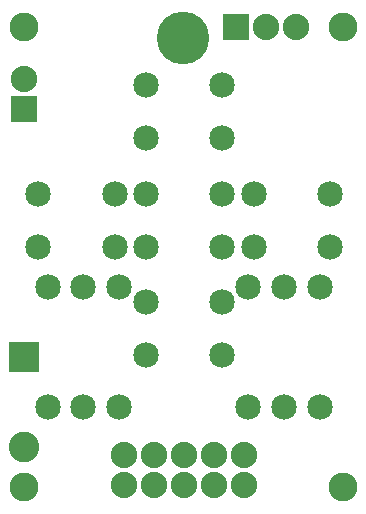
<source format=gbs>
G04 MADE WITH FRITZING*
G04 WWW.FRITZING.ORG*
G04 DOUBLE SIDED*
G04 HOLES PLATED*
G04 CONTOUR ON CENTER OF CONTOUR VECTOR*
%ASAXBY*%
%FSLAX23Y23*%
%MOIN*%
%OFA0B0*%
%SFA1.0B1.0*%
%ADD10C,0.088000*%
%ADD11C,0.096614*%
%ADD12C,0.175354*%
%ADD13C,0.085000*%
%ADD14C,0.102000*%
%ADD15R,0.088000X0.088000*%
%ADD16R,0.102000X0.102000*%
%LNMASK0*%
G90*
G70*
G54D10*
X784Y1614D03*
X884Y1614D03*
X984Y1614D03*
X78Y1339D03*
X78Y1439D03*
X411Y86D03*
X511Y86D03*
X611Y86D03*
X711Y86D03*
X811Y86D03*
X411Y86D03*
X511Y86D03*
X611Y86D03*
X711Y86D03*
X811Y86D03*
X811Y186D03*
X711Y186D03*
X611Y186D03*
X511Y186D03*
X411Y186D03*
G54D11*
X78Y1614D03*
X1141Y1614D03*
X78Y79D03*
X1141Y79D03*
G54D12*
X609Y1575D03*
G54D13*
X739Y1242D03*
X483Y1242D03*
X739Y1420D03*
X483Y1420D03*
X380Y880D03*
X124Y880D03*
X380Y1057D03*
X124Y1057D03*
X483Y698D03*
X739Y698D03*
X483Y521D03*
X739Y521D03*
X1099Y881D03*
X843Y881D03*
X1099Y1058D03*
X843Y1058D03*
X739Y881D03*
X483Y881D03*
X739Y1058D03*
X483Y1058D03*
X157Y748D03*
X157Y348D03*
X275Y748D03*
X275Y348D03*
X1063Y748D03*
X1063Y348D03*
X945Y748D03*
X945Y348D03*
X826Y748D03*
X826Y348D03*
X393Y748D03*
X393Y348D03*
G54D14*
X78Y512D03*
X78Y212D03*
G54D15*
X784Y1614D03*
X78Y1339D03*
G54D16*
X78Y512D03*
G04 End of Mask0*
M02*
</source>
